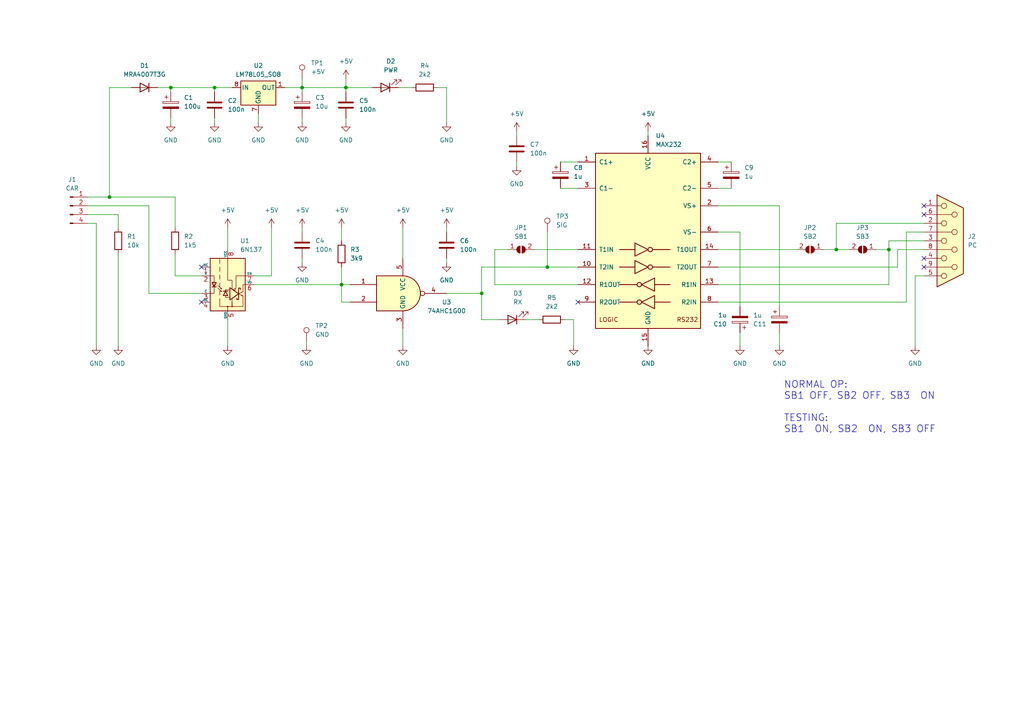
<source format=kicad_sch>
(kicad_sch (version 20230121) (generator eeschema)
  (paper "A4")
  (title_block (title "MULTEC MONITOR") (date "2024-07-06") (rev "1") (company "trwgQ26xxx"))
  (lib_symbols
    (symbol "74xGxx:74AHC1G00"
      (property "Reference" "U" (at -2.54 3.81 0))
      (property "Value" "74AHC1G00" (at 0 -3.81 0))
      (symbol "74AHC1G00_0_1"
        (arc (start 0 -5.08) (mid 5.0579 0) (end 0 5.08) (stroke (width 0.254)) (fill (type background)))
        (polyline (pts (xy 0 -5.08) (xy -7.62 -5.08) (xy -7.62 5.08) (xy 0 5.08)) (stroke (width 0.254)) (fill (type background)))
      )
      (symbol "74AHC1G00_1_1"
        (pin input line (at -15.24 2.54 0) (length 7.62) (name "~") (number "1"))
        (pin input line (at -15.24 -2.54 0) (length 7.62) (name "~") (number "2"))
        (pin power_in line (at 0 -10.16 90) (length 5.08) (name "GND") (number "3"))
        (pin output inverted (at 12.7 0 180) (length 7.62) (name "~") (number "4"))
        (pin power_in line (at 0 10.16 270) (length 5.08) (name "VCC") (number "5"))
      )
    )
    (symbol "Connector:Conn_01x04_Pin" (pin_names (offset 1.016) hide)
      (property "Reference" "J" (at 0 5.08 0))
      (property "Value" "Conn_01x04_Pin" (at 0 -7.62 0))
      (symbol "Conn_01x04_Pin_1_1"
        (polyline (pts (xy 1.27 -5.08) (xy 0.8636 -5.08)) (stroke (width 0.1524)))
        (polyline (pts (xy 1.27 -2.54) (xy 0.8636 -2.54)) (stroke (width 0.1524)))
        (polyline (pts (xy 1.27 0) (xy 0.8636 0)) (stroke (width 0.1524)))
        (polyline (pts (xy 1.27 2.54) (xy 0.8636 2.54)) (stroke (width 0.1524)))
        (rectangle (start 0.8636 -4.953) (end 0 -5.207) (stroke (width 0.1524)) (fill (type outline)))
        (rectangle (start 0.8636 -2.413) (end 0 -2.667) (stroke (width 0.1524)) (fill (type outline)))
        (rectangle (start 0.8636 0.127) (end 0 -0.127) (stroke (width 0.1524)) (fill (type outline)))
        (rectangle (start 0.8636 2.667) (end 0 2.413) (stroke (width 0.1524)) (fill (type outline)))
        (pin passive line (at 5.08 2.54 180) (length 3.81) (name "Pin_1") (number "1"))
        (pin passive line (at 5.08 0 180) (length 3.81) (name "Pin_2") (number "2"))
        (pin passive line (at 5.08 -2.54 180) (length 3.81) (name "Pin_3") (number "3"))
        (pin passive line (at 5.08 -5.08 180) (length 3.81) (name "Pin_4") (number "4"))
      )
    )
    (symbol "Connector:DE9_Receptacle" (pin_names (offset 1.016) hide)
      (property "Reference" "J" (at 0 13.97 0))
      (property "Value" "DE9_Receptacle" (at 0 -14.605 0))
      (symbol "DE9_Receptacle_0_1"
        (circle (center -1.778 -10.16) (radius 0.762))
        (circle (center -1.778 -5.08) (radius 0.762))
        (circle (center -1.778 0) (radius 0.762))
        (circle (center -1.778 5.08) (radius 0.762))
        (circle (center -1.778 10.16) (radius 0.762))
        (polyline (pts (xy -3.81 -10.16) (xy -2.54 -10.16)))
        (polyline (pts (xy -3.81 -7.62) (xy 0.508 -7.62)))
        (polyline (pts (xy -3.81 -5.08) (xy -2.54 -5.08)))
        (polyline (pts (xy -3.81 -2.54) (xy 0.508 -2.54)))
        (polyline (pts (xy -3.81 0) (xy -2.54 0)))
        (polyline (pts (xy -3.81 2.54) (xy 0.508 2.54)))
        (polyline (pts (xy -3.81 5.08) (xy -2.54 5.08)))
        (polyline (pts (xy -3.81 7.62) (xy 0.508 7.62)))
        (polyline (pts (xy -3.81 10.16) (xy -2.54 10.16)))
        (polyline (pts (xy -3.81 13.335) (xy -3.81 -13.335) (xy 3.81 -9.525) (xy 3.81 9.525) (xy -3.81 13.335)) (stroke (width 0.254)) (fill (type background)))
        (circle (center 1.27 -7.62) (radius 0.762))
        (circle (center 1.27 -2.54) (radius 0.762))
        (circle (center 1.27 2.54) (radius 0.762))
        (circle (center 1.27 7.62) (radius 0.762))
      )
      (symbol "DE9_Receptacle_1_1"
        (pin passive line (at -7.62 10.16 0) (length 3.81) (name "1") (number "1"))
        (pin passive line (at -7.62 5.08 0) (length 3.81) (name "2") (number "2"))
        (pin passive line (at -7.62 0 0) (length 3.81) (name "3") (number "3"))
        (pin passive line (at -7.62 -5.08 0) (length 3.81) (name "4") (number "4"))
        (pin passive line (at -7.62 -10.16 0) (length 3.81) (name "5") (number "5"))
        (pin passive line (at -7.62 7.62 0) (length 3.81) (name "6") (number "6"))
        (pin passive line (at -7.62 2.54 0) (length 3.81) (name "7") (number "7"))
        (pin passive line (at -7.62 -2.54 0) (length 3.81) (name "8") (number "8"))
        (pin passive line (at -7.62 -7.62 0) (length 3.81) (name "9") (number "9"))
      )
    )
    (symbol "Connector:TestPoint" (pin_numbers hide) (pin_names (offset 0.762) hide)
      (property "Reference" "TP" (at 0 6.858 0))
      (property "Value" "TestPoint" (at 0 5.08 0))
      (symbol "TestPoint_0_1"
        (circle (center 0 3.302) (radius 0.762))
      )
      (symbol "TestPoint_1_1"
        (pin passive line (at 0 0 90) (length 2.54) (name "1") (number "1"))
      )
    )
    (symbol "Device:C" (pin_numbers hide) (pin_names (offset 0.254))
      (property "Reference" "C" (at 0.635 2.54 0))
      (property "Value" "C" (at 0.635 -2.54 0))
      (symbol "C_0_1"
        (polyline (pts (xy -2.032 -0.762) (xy 2.032 -0.762)) (stroke (width 0.508)))
        (polyline (pts (xy -2.032 0.762) (xy 2.032 0.762)) (stroke (width 0.508)))
      )
      (symbol "C_1_1"
        (pin passive line (at 0 3.81 270) (length 2.794) (name "~") (number "1"))
        (pin passive line (at 0 -3.81 90) (length 2.794) (name "~") (number "2"))
      )
    )
    (symbol "Device:C_Polarized" (pin_numbers hide) (pin_names (offset 0.254))
      (property "Reference" "C" (at 0.635 2.54 0))
      (property "Value" "C_Polarized" (at 0.635 -2.54 0))
      (symbol "C_Polarized_0_1"
        (rectangle (start -2.286 0.508) (end 2.286 1.016))
        (polyline (pts (xy -1.778 2.286) (xy -0.762 2.286)))
        (polyline (pts (xy -1.27 2.794) (xy -1.27 1.778)))
        (rectangle (start 2.286 -0.508) (end -2.286 -1.016) (fill (type outline)))
      )
      (symbol "C_Polarized_1_1"
        (pin passive line (at 0 3.81 270) (length 2.794) (name "~") (number "1"))
        (pin passive line (at 0 -3.81 90) (length 2.794) (name "~") (number "2"))
      )
    )
    (symbol "Device:LED" (pin_numbers hide) (pin_names (offset 1.016) hide)
      (property "Reference" "D" (at 0 2.54 0))
      (property "Value" "LED" (at 0 -2.54 0))
      (symbol "LED_0_1"
        (polyline (pts (xy -1.27 -1.27) (xy -1.27 1.27)) (stroke (width 0.254)))
        (polyline (pts (xy -1.27 0) (xy 1.27 0)))
        (polyline (pts (xy 1.27 -1.27) (xy 1.27 1.27) (xy -1.27 0) (xy 1.27 -1.27)) (stroke (width 0.254)))
        (polyline (pts (xy -3.048 -0.762) (xy -4.572 -2.286) (xy -3.81 -2.286) (xy -4.572 -2.286) (xy -4.572 -1.524)))
        (polyline (pts (xy -1.778 -0.762) (xy -3.302 -2.286) (xy -2.54 -2.286) (xy -3.302 -2.286) (xy -3.302 -1.524)))
      )
      (symbol "LED_1_1"
        (pin passive line (at -3.81 0 0) (length 2.54) (name "K") (number "1"))
        (pin passive line (at 3.81 0 180) (length 2.54) (name "A") (number "2"))
      )
    )
    (symbol "Device:R" (pin_numbers hide) (pin_names (offset 0))
      (property "Reference" "R" (at 2.032 0 90))
      (property "Value" "R" (at 0 0 90))
      (symbol "R_0_1"
        (rectangle (start -1.016 -2.54) (end 1.016 2.54) (stroke (width 0.254)))
      )
      (symbol "R_1_1"
        (pin passive line (at 0 3.81 270) (length 1.27) (name "~") (number "1"))
        (pin passive line (at 0 -3.81 90) (length 1.27) (name "~") (number "2"))
      )
    )
    (symbol "Diode:MRA4007T3G" (pin_numbers hide) (pin_names hide)
      (property "Reference" "D" (at 0 2.54 0))
      (property "Value" "MRA4007T3G" (at 0 -2.54 0))
      (symbol "MRA4007T3G_0_1"
        (polyline (pts (xy -1.27 1.27) (xy -1.27 -1.27)) (stroke (width 0.254)))
        (polyline (pts (xy 1.27 0) (xy -1.27 0)))
        (polyline (pts (xy 1.27 1.27) (xy 1.27 -1.27) (xy -1.27 0) (xy 1.27 1.27)) (stroke (width 0.254)))
      )
      (symbol "MRA4007T3G_1_1"
        (pin passive line (at -3.81 0 0) (length 2.54) (name "K") (number "1"))
        (pin passive line (at 3.81 0 180) (length 2.54) (name "A") (number "2"))
      )
    )
    (symbol "Interface_UART:MAX232" (pin_names (offset 1.016))
      (property "Reference" "U" (at -2.54 28.575 0))
      (property "Value" "MAX232" (at -2.54 26.67 0))
      (symbol "MAX232_0_0"
        (text "LOGIC" (at -11.43 -22.86 0) (effects (font (size 1.27 1.27))))
        (text "RS232" (at 11.43 -22.86 0) (effects (font (size 1.27 1.27))))
      )
      (symbol "MAX232_0_1"
        (rectangle (start -15.24 -25.4) (end 15.24 25.4) (stroke (width 0.254)) (fill (type background)))
        (circle (center -2.54 -17.78) (radius 0.635) (stroke (width 0.254)))
        (circle (center -2.54 -12.7) (radius 0.635) (stroke (width 0.254)))
        (polyline (pts (xy -3.81 -7.62) (xy -8.255 -7.62)) (stroke (width 0.254)))
        (polyline (pts (xy -3.81 -2.54) (xy -8.255 -2.54)) (stroke (width 0.254)))
        (polyline (pts (xy -3.175 -17.78) (xy -8.255 -17.78)) (stroke (width 0.254)))
        (polyline (pts (xy -3.175 -12.7) (xy -8.255 -12.7)) (stroke (width 0.254)))
        (polyline (pts (xy 1.27 -7.62) (xy 6.35 -7.62)) (stroke (width 0.254)))
        (polyline (pts (xy 1.27 -2.54) (xy 6.35 -2.54)) (stroke (width 0.254)))
        (polyline (pts (xy 1.905 -17.78) (xy 6.35 -17.78)) (stroke (width 0.254)))
        (polyline (pts (xy 1.905 -12.7) (xy 6.35 -12.7)) (stroke (width 0.254)))
        (polyline (pts (xy -3.81 -5.715) (xy -3.81 -9.525) (xy 0 -7.62) (xy -3.81 -5.715)) (stroke (width 0.254)))
        (polyline (pts (xy -3.81 -0.635) (xy -3.81 -4.445) (xy 0 -2.54) (xy -3.81 -0.635)) (stroke (width 0.254)))
        (polyline (pts (xy 1.905 -15.875) (xy 1.905 -19.685) (xy -1.905 -17.78) (xy 1.905 -15.875)) (stroke (width 0.254)))
        (polyline (pts (xy 1.905 -10.795) (xy 1.905 -14.605) (xy -1.905 -12.7) (xy 1.905 -10.795)) (stroke (width 0.254)))
        (circle (center 0.635 -7.62) (radius 0.635) (stroke (width 0.254)))
        (circle (center 0.635 -2.54) (radius 0.635) (stroke (width 0.254)))
      )
      (symbol "MAX232_1_1"
        (pin passive line (at -20.32 22.86 0) (length 5.08) (name "C1+") (number "1"))
        (pin input line (at -20.32 -7.62 0) (length 5.08) (name "T2IN") (number "10"))
        (pin input line (at -20.32 -2.54 0) (length 5.08) (name "T1IN") (number "11"))
        (pin output line (at -20.32 -12.7 0) (length 5.08) (name "R1OUT") (number "12"))
        (pin input line (at 20.32 -12.7 180) (length 5.08) (name "R1IN") (number "13"))
        (pin output line (at 20.32 -2.54 180) (length 5.08) (name "T1OUT") (number "14"))
        (pin power_in line (at 0 -30.48 90) (length 5.08) (name "GND") (number "15"))
        (pin power_in line (at 0 30.48 270) (length 5.08) (name "VCC") (number "16"))
        (pin power_out line (at 20.32 10.16 180) (length 5.08) (name "VS+") (number "2"))
        (pin passive line (at -20.32 15.24 0) (length 5.08) (name "C1-") (number "3"))
        (pin passive line (at 20.32 22.86 180) (length 5.08) (name "C2+") (number "4"))
        (pin passive line (at 20.32 15.24 180) (length 5.08) (name "C2-") (number "5"))
        (pin power_out line (at 20.32 2.54 180) (length 5.08) (name "VS-") (number "6"))
        (pin output line (at 20.32 -7.62 180) (length 5.08) (name "T2OUT") (number "7"))
        (pin input line (at 20.32 -17.78 180) (length 5.08) (name "R2IN") (number "8"))
        (pin output line (at -20.32 -17.78 0) (length 5.08) (name "R2OUT") (number "9"))
      )
    )
    (symbol "Isolator:6N137" (pin_names (offset 0))
      (property "Reference" "U" (at -4.064 8.89 0))
      (property "Value" "6N137" (at 0 -8.89 0))
      (symbol "6N137_0_1"
        (polyline (pts (xy 0 -6.35) (xy -2.286 -6.35) (xy -2.286 -4.064)))
        (polyline (pts (xy -5.08 -2.54) (xy -3.937 -2.54) (xy -3.937 2.54) (xy -5.08 2.54)))
        (polyline (pts (xy 1.27 -5.08) (xy 1.27 -6.35) (xy 0 -6.35) (xy 0 -7.62)))
        (polyline (pts (xy 3.175 -2.667) (xy 0.635 -4.445) (xy 0.635 -0.889) (xy 3.175 -2.667)) (stroke (width 0.254)))
        (polyline (pts (xy -2.794 -1.016) (xy -1.717 -2.093) (xy -2.076 -1.914) (xy -1.896 -1.734) (xy -1.717 -2.093)))
        (polyline (pts (xy -2.794 -0.254) (xy -1.717 -1.331) (xy -2.076 -1.152) (xy -1.896 -0.972) (xy -1.717 -1.331)))
      )
      (symbol "6N137_1_1"
        (rectangle (start -5.08 7.62) (end 5.08 -7.62) (stroke (width 0.254)) (fill (type background)))
        (circle (center 0 -6.35) (radius 0.127) (fill (type outline)))
        (polyline (pts (xy -4.572 -0.635) (xy -3.302 -0.635)) (stroke (width 0.254)))
        (polyline (pts (xy -2.286 -1.778) (xy -2.286 -3.048)))
        (polyline (pts (xy -2.286 0.508) (xy -2.286 -0.762)))
        (polyline (pts (xy -2.286 2.794) (xy -2.286 1.524)))
        (polyline (pts (xy -2.286 5.08) (xy -2.286 3.81)))
        (polyline (pts (xy -2.286 7.366) (xy -2.286 6.096)))
        (polyline (pts (xy -1.27 -1.905) (xy 0 -1.905)) (stroke (width 0.254)))
        (polyline (pts (xy -0.635 -3.302) (xy -0.635 -3.683) (xy 0.635 -3.683)))
        (polyline (pts (xy -0.635 -1.905) (xy -0.635 -1.524) (xy 0.508 -1.524)))
        (polyline (pts (xy 1.27 -4.064) (xy 1.27 -6.35) (xy 4.445 -6.35)))
        (polyline (pts (xy 3.175 -2.667) (xy 4.445 -3.302) (xy 4.445 -6.35)))
        (polyline (pts (xy -3.937 -0.635) (xy -4.572 0.635) (xy -3.302 0.635) (xy -3.937 -0.635)) (stroke (width 0.254)))
        (polyline (pts (xy -0.635 -1.905) (xy -1.27 -3.175) (xy 0 -3.175) (xy -0.635 -1.905)) (stroke (width 0.254)))
        (polyline (pts (xy 1.27 -1.27) (xy 1.27 1.27) (xy 0 1.27) (xy 0 7.62)))
        (polyline (pts (xy 2.1844 -1.1684) (xy 2.413 -0.889) (xy 2.413 2.54) (xy 5.08 2.54)))
        (polyline (pts (xy 3.175 -2.667) (xy 3.175 -4.318) (xy 2.667 -4.318) (xy 2.667 -3.937)) (stroke (width 0.254)))
        (polyline (pts (xy 3.175 -2.667) (xy 3.175 -1.016) (xy 3.683 -1.016) (xy 3.683 -1.397)) (stroke (width 0.254)))
        (polyline (pts (xy 3.175 -2.667) (xy 4.445 -2.032) (xy 4.445 0) (xy 5.08 0)))
        (polyline (pts (xy 4.445 -3.302) (xy 4.161 -3.018) (xy 4.047 -3.246) (xy 4.445 -3.302)) (stroke (width 0.127)) (fill (type outline)))
        (circle (center 1.27 -6.35) (radius 0.127) (fill (type outline)))
        (circle (center 2.032 -1.397) (radius 0.254))
        (pin passive line (at -7.62 5.08 0) (length 2.54) (name "NC") (number "1"))
        (pin passive line (at -7.62 2.54 0) (length 2.54) (name "A") (number "2"))
        (pin passive line (at -7.62 -2.54 0) (length 2.54) (name "C") (number "3"))
        (pin passive line (at -7.62 -5.08 0) (length 2.54) (name "NC") (number "4"))
        (pin power_in line (at 0 -10.16 90) (length 2.54) (name "GND") (number "5"))
        (pin open_collector line (at 7.62 0 180) (length 2.54) (name "VO") (number "6"))
        (pin input line (at 7.62 2.54 180) (length 2.54) (name "EN") (number "7"))
        (pin power_in line (at 0 10.16 270) (length 2.54) (name "VCC") (number "8"))
      )
    )
    (symbol "Jumper:SolderJumper_2_Open" (pin_names (offset 0) hide)
      (property "Reference" "JP" (at 0 2.032 0))
      (property "Value" "SolderJumper_2_Open" (at 0 -2.54 0))
      (symbol "SolderJumper_2_Open_0_1"
        (arc (start -0.254 1.016) (mid -1.2656 0) (end -0.254 -1.016))
        (arc (start -0.254 1.016) (mid -1.2656 0) (end -0.254 -1.016) (fill (type outline)))
        (polyline (pts (xy -0.254 1.016) (xy -0.254 -1.016)))
        (polyline (pts (xy 0.254 1.016) (xy 0.254 -1.016)))
        (arc (start 0.254 -1.016) (mid 1.2656 0) (end 0.254 1.016))
        (arc (start 0.254 -1.016) (mid 1.2656 0) (end 0.254 1.016) (fill (type outline)))
      )
      (symbol "SolderJumper_2_Open_1_1"
        (pin passive line (at -3.81 0 0) (length 2.54) (name "A") (number "1"))
        (pin passive line (at 3.81 0 180) (length 2.54) (name "B") (number "2"))
      )
    )
    (symbol "Regulator_Linear:LM78L05_SO8" (pin_names (offset 0.254))
      (property "Reference" "U" (at -3.81 3.175 0))
      (property "Value" "LM78L05_SO8" (at 0 3.175 0))
      (symbol "LM78L05_SO8_0_1"
        (rectangle (start -5.08 1.905) (end 5.08 -5.08) (stroke (width 0.254)) (fill (type background)))
      )
      (symbol "LM78L05_SO8_1_1"
        (pin power_out line (at 7.62 0 180) (length 2.54) (name "OUT") (number "1"))
        (pin passive line (at 0 -7.62 90) (length 2.54) hide (name "GND") (number "2"))
        (pin passive line (at 0 -7.62 90) (length 2.54) hide (name "GND") (number "3"))
        (pin no_connect line (at -5.08 -2.54 0) (length 2.54) hide (name "NC") (number "4"))
        (pin no_connect line (at 5.08 -2.54 180) (length 2.54) hide (name "NC") (number "5"))
        (pin passive line (at 0 -7.62 90) (length 2.54) hide (name "GND") (number "6"))
        (pin power_in line (at 0 -7.62 90) (length 2.54) (name "GND") (number "7"))
        (pin power_in line (at -7.62 0 0) (length 2.54) (name "IN") (number "8"))
      )
    )
    (symbol "power:+5V" (power) (pin_names (offset 0))
      (property "Value" "+5V" (at 0 3.556 0))
      (symbol "+5V_0_1"
        (polyline (pts (xy -0.762 1.27) (xy 0 2.54)))
        (polyline (pts (xy 0 0) (xy 0 2.54)))
        (polyline (pts (xy 0 2.54) (xy 0.762 1.27)))
      )
      (symbol "+5V_1_1"
        (pin power_in line (at 0 0 90) (length 0) hide (name "+5V") (number "1"))
      )
    )
    (symbol "power:GND" (power) (pin_names (offset 0))
      (property "Value" "GND" (at 0 -3.81 0))
      (symbol "GND_0_1"
        (polyline (pts (xy 0 0) (xy 0 -1.27) (xy 1.27 -1.27) (xy 0 -2.54) (xy -1.27 -1.27) (xy 0 -1.27)))
      )
      (symbol "GND_1_1"
        (pin power_in line (at 0 0 270) (length 0) hide (name "GND") (number "1"))
      )
    )
  )
  (junction (at 31.75 57.15))
  (junction (at 87.63 25.4))
  (junction (at 99.06 82.55))
  (junction (at 257.81 72.39))
  (junction (at 100.33 25.4))
  (junction (at 62.23 25.4))
  (junction (at 49.53 25.4))
  (junction (at 139.7 85.09))
  (junction (at 158.75 77.47))
  (junction (at 242.57 72.39))
  (no_connect (at 267.97 59.69))
  (no_connect (at 58.42 87.63))
  (no_connect (at 267.97 62.23))
  (no_connect (at 267.97 77.47))
  (no_connect (at 167.64 87.63))
  (no_connect (at 58.42 77.47))
  (no_connect (at 267.97 74.93))
  (wire (pts (xy 139.7 92.71) (xy 139.7 85.09)))
  (wire (pts (xy 167.64 82.55) (xy 143.51 82.55)))
  (wire (pts (xy 187.96 38.1) (xy 187.96 39.37)))
  (wire (pts (xy 260.35 72.39) (xy 267.97 72.39)))
  (wire (pts (xy 99.06 77.47) (xy 99.06 82.55)))
  (wire (pts (xy 129.54 85.09) (xy 139.7 85.09)))
  (wire (pts (xy 127 25.4) (xy 129.54 25.4)))
  (wire (pts (xy 257.81 82.55) (xy 208.28 82.55)))
  (wire (pts (xy 62.23 34.29) (xy 62.23 35.56)))
  (wire (pts (xy 260.35 77.47) (xy 260.35 72.39)))
  (wire (pts (xy 34.29 100.33) (xy 34.29 73.66)))
  (wire (pts (xy 208.28 59.69) (xy 226.06 59.69)))
  (wire (pts (xy 116.84 66.04) (xy 116.84 74.93)))
  (wire (pts (xy 62.23 25.4) (xy 67.31 25.4)))
  (wire (pts (xy 87.63 67.31) (xy 87.63 66.04)))
  (wire (pts (xy 43.18 59.69) (xy 43.18 85.09)))
  (wire (pts (xy 43.18 85.09) (xy 58.42 85.09)))
  (wire (pts (xy 162.56 54.61) (xy 167.64 54.61)))
  (wire (pts (xy 242.57 72.39) (xy 246.38 72.39)))
  (wire (pts (xy 257.81 72.39) (xy 257.81 82.55)))
  (wire (pts (xy 152.4 92.71) (xy 156.21 92.71)))
  (wire (pts (xy 87.63 25.4) (xy 87.63 26.67)))
  (wire (pts (xy 208.28 54.61) (xy 212.09 54.61)))
  (wire (pts (xy 99.06 66.04) (xy 99.06 69.85)))
  (wire (pts (xy 31.75 25.4) (xy 38.1 25.4)))
  (wire (pts (xy 73.66 82.55) (xy 99.06 82.55)))
  (wire (pts (xy 238.76 72.39) (xy 242.57 72.39)))
  (wire (pts (xy 265.43 80.01) (xy 265.43 100.33)))
  (wire (pts (xy 50.8 80.01) (xy 50.8 73.66)))
  (wire (pts (xy 257.81 69.85) (xy 267.97 69.85)))
  (wire (pts (xy 242.57 64.77) (xy 242.57 72.39)))
  (wire (pts (xy 87.63 25.4) (xy 100.33 25.4)))
  (wire (pts (xy 167.64 72.39) (xy 154.94 72.39)))
  (wire (pts (xy 265.43 80.01) (xy 267.97 80.01)))
  (wire (pts (xy 45.72 25.4) (xy 49.53 25.4)))
  (wire (pts (xy 208.28 72.39) (xy 231.14 72.39)))
  (wire (pts (xy 87.63 22.86) (xy 87.63 25.4)))
  (wire (pts (xy 158.75 77.47) (xy 167.64 77.47)))
  (wire (pts (xy 267.97 67.31) (xy 262.89 67.31)))
  (wire (pts (xy 139.7 92.71) (xy 144.78 92.71)))
  (wire (pts (xy 88.9 100.33) (xy 88.9 99.06)))
  (wire (pts (xy 214.63 67.31) (xy 214.63 88.9)))
  (wire (pts (xy 100.33 34.29) (xy 100.33 35.56)))
  (wire (pts (xy 49.53 34.29) (xy 49.53 35.56)))
  (wire (pts (xy 262.89 87.63) (xy 208.28 87.63)))
  (wire (pts (xy 34.29 62.23) (xy 34.29 66.04)))
  (wire (pts (xy 31.75 25.4) (xy 31.75 57.15)))
  (wire (pts (xy 73.66 80.01) (xy 78.74 80.01)))
  (wire (pts (xy 208.28 67.31) (xy 214.63 67.31)))
  (wire (pts (xy 208.28 46.99) (xy 212.09 46.99)))
  (wire (pts (xy 25.4 59.69) (xy 43.18 59.69)))
  (wire (pts (xy 62.23 25.4) (xy 62.23 26.67)))
  (wire (pts (xy 139.7 77.47) (xy 158.75 77.47)))
  (wire (pts (xy 115.57 25.4) (xy 119.38 25.4)))
  (wire (pts (xy 166.37 92.71) (xy 166.37 100.33)))
  (wire (pts (xy 25.4 57.15) (xy 31.75 57.15)))
  (wire (pts (xy 226.06 59.69) (xy 226.06 88.9)))
  (wire (pts (xy 143.51 72.39) (xy 147.32 72.39)))
  (wire (pts (xy 100.33 25.4) (xy 107.95 25.4)))
  (wire (pts (xy 27.94 64.77) (xy 27.94 100.33)))
  (wire (pts (xy 257.81 69.85) (xy 257.81 72.39)))
  (wire (pts (xy 25.4 64.77) (xy 27.94 64.77)))
  (wire (pts (xy 262.89 67.31) (xy 262.89 87.63)))
  (wire (pts (xy 78.74 80.01) (xy 78.74 66.04)))
  (wire (pts (xy 242.57 64.77) (xy 267.97 64.77)))
  (wire (pts (xy 129.54 74.93) (xy 129.54 76.2)))
  (wire (pts (xy 99.06 82.55) (xy 99.06 87.63)))
  (wire (pts (xy 129.54 25.4) (xy 129.54 35.56)))
  (wire (pts (xy 149.86 39.37) (xy 149.86 38.1)))
  (wire (pts (xy 143.51 82.55) (xy 143.51 72.39)))
  (wire (pts (xy 149.86 46.99) (xy 149.86 48.26)))
  (wire (pts (xy 66.04 92.71) (xy 66.04 100.33)))
  (wire (pts (xy 101.6 82.55) (xy 99.06 82.55)))
  (wire (pts (xy 58.42 80.01) (xy 50.8 80.01)))
  (wire (pts (xy 49.53 25.4) (xy 62.23 25.4)))
  (wire (pts (xy 82.55 25.4) (xy 87.63 25.4)))
  (wire (pts (xy 139.7 77.47) (xy 139.7 85.09)))
  (wire (pts (xy 100.33 26.67) (xy 100.33 25.4)))
  (wire (pts (xy 226.06 96.52) (xy 226.06 100.33)))
  (wire (pts (xy 100.33 22.86) (xy 100.33 25.4)))
  (wire (pts (xy 214.63 96.52) (xy 214.63 100.33)))
  (wire (pts (xy 49.53 25.4) (xy 49.53 26.67)))
  (wire (pts (xy 158.75 67.31) (xy 158.75 77.47)))
  (wire (pts (xy 208.28 77.47) (xy 260.35 77.47)))
  (wire (pts (xy 162.56 46.99) (xy 167.64 46.99)))
  (wire (pts (xy 254 72.39) (xy 257.81 72.39)))
  (wire (pts (xy 166.37 92.71) (xy 163.83 92.71)))
  (wire (pts (xy 50.8 66.04) (xy 50.8 57.15)))
  (wire (pts (xy 99.06 87.63) (xy 101.6 87.63)))
  (wire (pts (xy 87.63 76.2) (xy 87.63 74.93)))
  (wire (pts (xy 87.63 34.29) (xy 87.63 35.56)))
  (wire (pts (xy 74.93 33.02) (xy 74.93 35.56)))
  (wire (pts (xy 25.4 62.23) (xy 34.29 62.23)))
  (wire (pts (xy 116.84 100.33) (xy 116.84 95.25)))
  (wire (pts (xy 129.54 67.31) (xy 129.54 66.04)))
  (wire (pts (xy 50.8 57.15) (xy 31.75 57.15)))
  (wire (pts (xy 66.04 66.04) (xy 66.04 72.39)))
  (text "NORMAL OP:\nSB1 OFF, SB2 OFF, SB3  ON\n\nTESTING:\nSB1  ON, SB2  ON, SB3 OFF" (at 227.33 125.73 0) (effects (font (size 2 2)) (justify left bottom)))
  (symbol (lib_id "power:GND") (at 149.86 48.26 0) (unit 1)
    (property "Reference" "#PWR021" (effects hide))
    (property "Value" "GND" (at 149.86 53.34 0))
  )
  (symbol (lib_id "power:GND") (at 87.63 35.56 0) (unit 1)
    (property "Reference" "#PWR09" (effects hide))
    (property "Value" "GND" (at 87.63 40.64 0))
  )
  (symbol (lib_id "Interface_UART:MAX232") (at 187.96 69.85 0) (unit 1)
    (property "Reference" "U4" (at 190.1541 39.37 0) (effects (justify left)))
    (property "Value" "MAX232" (at 190.1541 41.91 0) (effects (justify left)))
    (property "Footprint" "Package_DIP:DIP-16_W7.62mm_LongPads" (effects hide))
    (property "Datasheet" "http://www.ti.com/lit/ds/symlink/max232.pdf" (effects hide))
  )
  (symbol (lib_id "Connector:TestPoint") (at 87.63 22.86 0) (unit 1)
    (property "Reference" "TP1" (at 90.17 18.288 0) (effects (justify left)))
    (property "Value" "+5V" (at 90.17 20.828 0) (effects (justify left)))
    (property "Footprint" "TestPoint:TestPoint_Pad_D2.0mm" (effects hide))
  )
  (symbol (lib_id "Jumper:SolderJumper_2_Open") (at 250.19 72.39 180) (unit 1)
    (property "Reference" "JP3" (at 250.19 66.04 0))
    (property "Value" "SB3" (at 250.19 68.58 0))
    (property "Footprint" "Jumper:SolderJumper-2_P1.3mm_Bridged_RoundedPad1.0x1.5mm" (effects hide))
  )
  (symbol (lib_id "Device:C") (at 129.54 71.12 0) (unit 1)
    (property "Reference" "C6" (at 133.35 69.85 0) (effects (justify left)))
    (property "Value" "100n" (at 133.35 72.39 0) (effects (justify left)))
    (property "Footprint" "Capacitor_SMD:C_1206_3216Metric_Pad1.33x1.80mm_HandSolder" (effects hide))
  )
  (symbol (lib_id "power:+5V") (at 129.54 66.04 0) (unit 1)
    (property "Reference" "#PWR018" (effects hide))
    (property "Value" "+5V" (at 129.54 60.96 0))
  )
  (symbol (lib_id "Device:LED") (at 148.59 92.71 180) (unit 1)
    (property "Reference" "D3" (at 150.1775 85.09 0))
    (property "Value" "RX" (at 150.1775 87.63 0))
    (property "Footprint" "LED_SMD:LED_1206_3216Metric_Pad1.42x1.75mm_HandSolder" (effects hide))
  )
  (symbol (lib_id "power:GND") (at 129.54 76.2 0) (unit 1)
    (property "Reference" "#PWR019" (effects hide))
    (property "Value" "GND" (at 129.54 81.28 0))
  )
  (symbol (lib_id "power:+5V") (at 116.84 66.04 0) (unit 1)
    (property "Reference" "#PWR015" (effects hide))
    (property "Value" "+5V" (at 116.84 60.96 0))
  )
  (symbol (lib_id "power:GND") (at 74.93 35.56 0) (unit 1)
    (property "Reference" "#PWR07" (effects hide))
    (property "Value" "GND" (at 74.93 40.64 0))
  )
  (symbol (lib_id "power:+5V") (at 149.86 38.1 0) (unit 1)
    (property "Reference" "#PWR020" (effects hide))
    (property "Value" "+5V" (at 149.86 33.02 0))
  )
  (symbol (lib_id "Jumper:SolderJumper_2_Open") (at 234.95 72.39 180) (unit 1)
    (property "Reference" "JP2" (at 234.95 66.04 0))
    (property "Value" "SB2" (at 234.95 68.58 0))
    (property "Footprint" "Jumper:SolderJumper-2_P1.3mm_Open_RoundedPad1.0x1.5mm" (effects hide))
  )
  (symbol (lib_id "power:+5V") (at 187.96 38.1 0) (unit 1)
    (property "Reference" "#PWR023" (effects hide))
    (property "Value" "+5V" (at 187.96 33.02 0))
  )
  (symbol (lib_id "Device:C_Polarized") (at 87.63 30.48 0) (unit 1)
    (property "Reference" "C3" (at 91.44 28.321 0) (effects (justify left)))
    (property "Value" "10u" (at 91.44 30.861 0) (effects (justify left)))
    (property "Footprint" "Capacitor_SMD:CP_Elec_5x3" (effects hide))
  )
  (symbol (lib_id "power:+5V") (at 78.74 66.04 0) (unit 1)
    (property "Reference" "#PWR08" (effects hide))
    (property "Value" "+5V" (at 78.74 60.96 0))
  )
  (symbol (lib_id "Device:C") (at 149.86 43.18 0) (unit 1)
    (property "Reference" "C7" (at 153.67 41.91 0) (effects (justify left)))
    (property "Value" "100n" (at 153.67 44.45 0) (effects (justify left)))
    (property "Footprint" "Capacitor_SMD:C_1206_3216Metric_Pad1.33x1.80mm_HandSolder" (effects hide))
  )
  (symbol (lib_id "power:GND") (at 34.29 100.33 0) (unit 1)
    (property "Reference" "#PWR02" (effects hide))
    (property "Value" "GND" (at 34.29 105.41 0))
  )
  (symbol (lib_id "Device:C_Polarized") (at 49.53 30.48 0) (unit 1)
    (property "Reference" "C1" (at 53.34 28.321 0) (effects (justify left)))
    (property "Value" "100u" (at 53.34 30.861 0) (effects (justify left)))
    (property "Footprint" "Capacitor_SMD:CP_Elec_5x3" (effects hide))
  )
  (symbol (lib_id "Device:C_Polarized") (at 226.06 92.71 0) (unit 1)
    (property "Reference" "C11" (at 218.44 93.98 0) (effects (justify left)))
    (property "Value" "1u" (at 218.44 91.44 0) (effects (justify left)))
    (property "Footprint" "Capacitor_SMD:C_1812_4532Metric_Pad1.57x3.40mm_HandSolder" (effects hide))
  )
  (symbol (lib_id "power:+5V") (at 66.04 66.04 0) (unit 1)
    (property "Reference" "#PWR05" (effects hide))
    (property "Value" "+5V" (at 66.04 60.96 0))
  )
  (symbol (lib_id "Device:LED") (at 111.76 25.4 180) (unit 1)
    (property "Reference" "D2" (at 113.3475 17.78 0))
    (property "Value" "PWR" (at 113.3475 20.32 0))
    (property "Footprint" "LED_SMD:LED_1206_3216Metric_Pad1.42x1.75mm_HandSolder" (effects hide))
  )
  (symbol (lib_id "Connector:TestPoint") (at 88.9 99.06 0) (unit 1)
    (property "Reference" "TP2" (at 91.44 94.488 0) (effects (justify left)))
    (property "Value" "GND" (at 91.44 97.028 0) (effects (justify left)))
    (property "Footprint" "TestPoint:TestPoint_Pad_D2.0mm" (effects hide))
  )
  (symbol (lib_id "Device:C") (at 100.33 30.48 0) (unit 1)
    (property "Reference" "C5" (at 104.14 29.21 0) (effects (justify left)))
    (property "Value" "100n" (at 104.14 31.75 0) (effects (justify left)))
    (property "Footprint" "Capacitor_SMD:C_1206_3216Metric_Pad1.33x1.80mm_HandSolder" (effects hide))
  )
  (symbol (lib_id "Device:C_Polarized") (at 162.56 50.8 0) (unit 1)
    (property "Reference" "C8" (at 166.37 48.641 0) (effects (justify left)))
    (property "Value" "1u" (at 166.37 51.181 0) (effects (justify left)))
    (property "Footprint" "Capacitor_SMD:C_1812_4532Metric_Pad1.57x3.40mm_HandSolder" (effects hide))
  )
  (symbol (lib_id "power:GND") (at 214.63 100.33 0) (unit 1)
    (property "Reference" "#PWR025" (effects hide))
    (property "Value" "GND" (at 214.63 105.41 0))
  )
  (symbol (lib_id "power:+5V") (at 87.63 66.04 0) (unit 1)
    (property "Reference" "#PWR010" (effects hide))
    (property "Value" "+5V" (at 87.63 60.96 0))
  )
  (symbol (lib_id "Device:R") (at 160.02 92.71 90) (unit 1)
    (property "Reference" "R5" (at 160.02 86.36 90))
    (property "Value" "2k2" (at 160.02 88.9 90))
    (property "Footprint" "Resistor_SMD:R_1206_3216Metric_Pad1.30x1.75mm_HandSolder" (effects hide))
  )
  (symbol (lib_id "power:GND") (at 116.84 100.33 0) (unit 1)
    (property "Reference" "#PWR016" (effects hide))
    (property "Value" "GND" (at 116.84 105.41 0))
  )
  (symbol (lib_id "Device:R") (at 50.8 69.85 0) (unit 1)
    (property "Reference" "R2" (at 53.34 68.58 0) (effects (justify left)))
    (property "Value" "1k5" (at 53.34 71.12 0) (effects (justify left)))
    (property "Footprint" "Resistor_SMD:R_1206_3216Metric_Pad1.30x1.75mm_HandSolder" (effects hide))
  )
  (symbol (lib_id "Device:C") (at 87.63 71.12 0) (unit 1)
    (property "Reference" "C4" (at 91.44 69.85 0) (effects (justify left)))
    (property "Value" "100n" (at 91.44 72.39 0) (effects (justify left)))
    (property "Footprint" "Capacitor_SMD:C_1206_3216Metric_Pad1.33x1.80mm_HandSolder" (effects hide))
  )
  (symbol (lib_id "Device:C_Polarized") (at 214.63 92.71 180) (unit 1)
    (property "Reference" "C10" (at 210.82 93.98 0) (effects (justify left)))
    (property "Value" "1u" (at 210.82 91.44 0) (effects (justify left)))
    (property "Footprint" "Capacitor_SMD:C_1812_4532Metric_Pad1.57x3.40mm_HandSolder" (effects hide))
  )
  (symbol (lib_id "power:GND") (at 87.63 76.2 0) (unit 1)
    (property "Reference" "#PWR011" (effects hide))
    (property "Value" "GND" (at 87.63 81.28 0))
  )
  (symbol (lib_id "power:GND") (at 265.43 100.33 0) (unit 1)
    (property "Reference" "#PWR027" (effects hide))
    (property "Value" "GND" (at 265.43 105.41 0))
  )
  (symbol (lib_id "Device:R") (at 34.29 69.85 0) (unit 1)
    (property "Reference" "R1" (at 36.83 68.58 0) (effects (justify left)))
    (property "Value" "10k" (at 36.83 71.12 0) (effects (justify left)))
    (property "Footprint" "Resistor_SMD:R_1206_3216Metric_Pad1.30x1.75mm_HandSolder" (effects hide))
  )
  (symbol (lib_id "power:GND") (at 49.53 35.56 0) (unit 1)
    (property "Reference" "#PWR03" (effects hide))
    (property "Value" "GND" (at 49.53 40.64 0))
  )
  (symbol (lib_id "power:GND") (at 226.06 100.33 0) (unit 1)
    (property "Reference" "#PWR026" (effects hide))
    (property "Value" "GND" (at 226.06 105.41 0))
  )
  (symbol (lib_id "power:GND") (at 27.94 100.33 0) (unit 1)
    (property "Reference" "#PWR01" (effects hide))
    (property "Value" "GND" (at 27.94 105.41 0))
  )
  (symbol (lib_id "power:GND") (at 88.9 100.33 0) (unit 1)
    (property "Reference" "#PWR028" (effects hide))
    (property "Value" "GND" (at 88.9 105.41 0))
  )
  (symbol (lib_id "Connector:DE9_Receptacle") (at 275.59 69.85 0) (unit 1)
    (property "Reference" "J2" (at 280.67 68.58 0) (effects (justify left)))
    (property "Value" "PC" (at 280.67 71.12 0) (effects (justify left)))
    (property "Footprint" "Connector_Dsub:DSUB-9_Female_EdgeMount_P2.77mm" (effects hide))
    (property "Datasheet" " ~" (effects hide))
  )
  (symbol (lib_id "Regulator_Linear:LM78L05_SO8") (at 74.93 25.4 0) (unit 1)
    (property "Reference" "U2" (at 74.93 19.05 0))
    (property "Value" "LM78L05_SO8" (at 74.93 21.59 0))
    (property "Footprint" "Package_SO:SOIC-8_3.9x4.9mm_P1.27mm" (effects hide))
    (property "Datasheet" "https://www.onsemi.com/pub/Collateral/MC78L06A-D.pdf" (effects hide))
  )
  (symbol (lib_id "power:GND") (at 62.23 35.56 0) (unit 1)
    (property "Reference" "#PWR04" (effects hide))
    (property "Value" "GND" (at 62.23 40.64 0))
  )
  (symbol (lib_id "power:GND") (at 187.96 100.33 0) (unit 1)
    (property "Reference" "#PWR024" (effects hide))
    (property "Value" "GND" (at 187.96 105.41 0))
  )
  (symbol (lib_id "power:+5V") (at 100.33 22.86 0) (unit 1)
    (property "Reference" "#PWR013" (effects hide))
    (property "Value" "+5V" (at 100.33 17.78 0))
  )
  (symbol (lib_id "Connector:Conn_01x04_Pin") (at 20.32 59.69 0) (unit 1)
    (property "Reference" "J1" (at 20.955 52.07 0))
    (property "Value" "CAR" (at 20.955 54.61 0))
    (property "Footprint" "Connector_PinHeader_2.54mm:PinHeader_1x04_P2.54mm_Horizontal" (effects hide))
  )
  (symbol (lib_id "Jumper:SolderJumper_2_Open") (at 151.13 72.39 0) (unit 1)
    (property "Reference" "JP1" (at 151.13 66.04 0))
    (property "Value" "SB1" (at 151.13 68.58 0))
    (property "Footprint" "Jumper:SolderJumper-2_P1.3mm_Open_RoundedPad1.0x1.5mm" (effects hide))
  )
  (symbol (lib_id "power:GND") (at 129.54 35.56 0) (unit 1)
    (property "Reference" "#PWR017" (effects hide))
    (property "Value" "GND" (at 129.54 40.64 0))
  )
  (symbol (lib_id "Device:R") (at 99.06 73.66 0) (unit 1)
    (property "Reference" "R3" (at 101.6 72.39 0) (effects (justify left)))
    (property "Value" "3k9" (at 101.6 74.93 0) (effects (justify left)))
    (property "Footprint" "Resistor_SMD:R_1206_3216Metric_Pad1.30x1.75mm_HandSolder" (effects hide))
  )
  (symbol (lib_id "power:GND") (at 66.04 100.33 0) (unit 1)
    (property "Reference" "#PWR06" (effects hide))
    (property "Value" "GND" (at 66.04 105.41 0))
  )
  (symbol (lib_id "Isolator:6N137") (at 66.04 82.55 0) (unit 1)
    (property "Reference" "U1" (at 69.6661 69.85 0) (effects (justify left)))
    (property "Value" "6N137" (at 69.6661 72.39 0) (effects (justify left)))
    (property "Footprint" "Package_DIP:DIP-8_W8.89mm_SMDSocket_LongPads" (effects hide))
    (property "Datasheet" "https://docs.broadcom.com/docs/AV02-0940EN" (effects hide))
  )
  (symbol (lib_id "Device:R") (at 123.19 25.4 90) (unit 1)
    (property "Reference" "R4" (at 123.19 19.05 90))
    (property "Value" "2k2" (at 123.19 21.59 90))
    (property "Footprint" "Resistor_SMD:R_1206_3216Metric_Pad1.30x1.75mm_HandSolder" (effects hide))
  )
  (symbol (lib_id "power:GND") (at 100.33 35.56 0) (unit 1)
    (property "Reference" "#PWR014" (effects hide))
    (property "Value" "GND" (at 100.33 40.64 0))
  )
  (symbol (lib_id "Connector:TestPoint") (at 158.75 67.31 0) (unit 1)
    (property "Reference" "TP3" (at 161.29 62.738 0) (effects (justify left)))
    (property "Value" "SIG" (at 161.29 65.278 0) (effects (justify left)))
    (property "Footprint" "TestPoint:TestPoint_Pad_D2.0mm" (effects hide))
  )
  (symbol (lib_id "74xGxx:74AHC1G00") (at 116.84 85.09 0) (unit 1)
    (property "Reference" "U3" (at 129.54 87.63 0))
    (property "Value" "74AHC1G00" (at 129.54 90.17 0))
    (property "Footprint" "Package_TO_SOT_SMD:SOT-23-5_HandSoldering" (effects hide))
    (property "Datasheet" "http://www.ti.com/lit/sg/scyt129e/scyt129e.pdf" (effects hide))
  )
  (symbol (lib_id "Device:C_Polarized") (at 212.09 50.8 0) (unit 1)
    (property "Reference" "C9" (at 215.9 48.641 0) (effects (justify left)))
    (property "Value" "1u" (at 215.9 51.181 0) (effects (justify left)))
    (property "Footprint" "Capacitor_SMD:C_1812_4532Metric_Pad1.57x3.40mm_HandSolder" (effects hide))
  )
  (symbol (lib_id "Device:C") (at 62.23 30.48 0) (unit 1)
    (property "Reference" "C2" (at 66.04 29.21 0) (effects (justify left)))
    (property "Value" "100n" (at 66.04 31.75 0) (effects (justify left)))
    (property "Footprint" "Capacitor_SMD:C_1206_3216Metric_Pad1.33x1.80mm_HandSolder" (effects hide))
  )
  (symbol (lib_id "Diode:MRA4007T3G") (at 41.91 25.4 180) (unit 1)
    (property "Reference" "D1" (at 41.91 19.05 0))
    (property "Value" "MRA4007T3G" (at 41.91 21.59 0))
    (property "Footprint" "Diode_SMD:D_SMA" (effects hide))
    (property "Datasheet" "http://www.onsemi.com/pub_link/Collateral/MRA4003T3-D.PDF" (effects hide))
    (property "Sim.Device" "D" (effects hide))
    (property "Sim.Pins" "1=K 2=A" (effects hide))
  )
  (symbol (lib_id "power:+5V") (at 99.06 66.04 0) (unit 1)
    (property "Reference" "#PWR012" (effects hide))
    (property "Value" "+5V" (at 99.06 60.96 0))
  )
  (symbol (lib_id "power:GND") (at 166.37 100.33 0) (unit 1)
    (property "Reference" "#PWR022" (effects hide))
    (property "Value" "GND" (at 166.37 105.41 0))
  )
)
</source>
